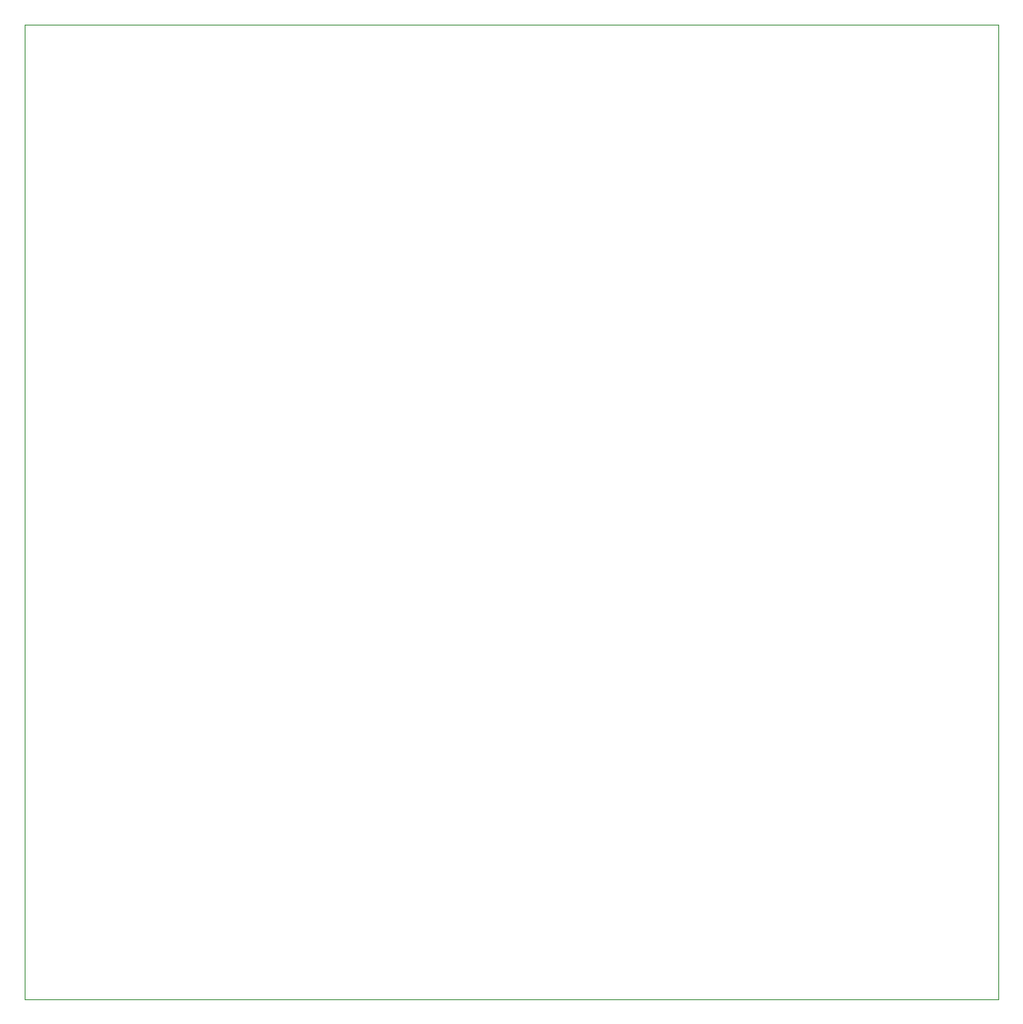
<source format=gbr>
%TF.GenerationSoftware,KiCad,Pcbnew,(6.0.7)*%
%TF.CreationDate,2022-09-22T21:01:33-04:00*%
%TF.ProjectId,Bitx40pa,42697478-3430-4706-912e-6b696361645f,rev?*%
%TF.SameCoordinates,Original*%
%TF.FileFunction,Profile,NP*%
%FSLAX46Y46*%
G04 Gerber Fmt 4.6, Leading zero omitted, Abs format (unit mm)*
G04 Created by KiCad (PCBNEW (6.0.7)) date 2022-09-22 21:01:33*
%MOMM*%
%LPD*%
G01*
G04 APERTURE LIST*
%TA.AperFunction,Profile*%
%ADD10C,0.100000*%
%TD*%
G04 APERTURE END LIST*
D10*
X24003000Y-15240000D02*
X124206000Y-15240000D01*
X124206000Y-15240000D02*
X124206000Y-115570000D01*
X124206000Y-115570000D02*
X24003000Y-115570000D01*
X24003000Y-115570000D02*
X24003000Y-15240000D01*
M02*

</source>
